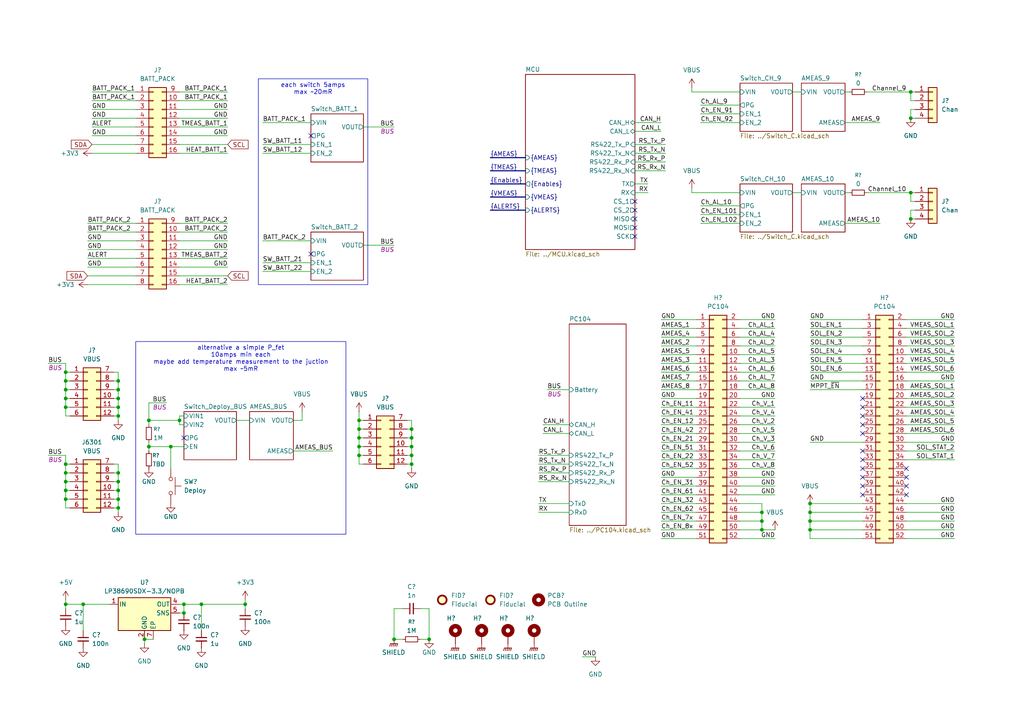
<source format=kicad_sch>
(kicad_sch (version 20250114) (generator "eeschema") (generator_version "9.0")
  (paper "A4")
  (text "Pull up on MCU side" (at 60.96 215.646 0) (effects (font (size 1.27 1.27))))
  (text "Pull downs on device side" (at 148.336 216.154 0) (effects (font (size 1.27 1.27))))
  (text "Pull downs on device side" (at 148.336 216.154 0) (effects (font (size 1.27 1.27))))
  (text "Pull up on MCU side" (at 60.96 215.646 0) (effects (font (size 1.27 1.27))))
  (text_box "each switch 5amps\nmax ~20mR" (at 74.93 22.86 0) (size 31.75 59.69) (margins 0.9525 0.9525 0.9525 0.9525) (effects (font (size 1.27 1.27)) (justify top)))
  (text_box "alternative a simple P_fet\n10amps min each\nmaybe add temperature measurement to the juction\nmax ~5mR" (at 39.37 99.06 0) (size 60.96 55.88) (margins 0.9525 0.9525 0.9525 0.9525) (effects (font (size 1.27 1.27)) (justify top)))
  (junction (at 34.29 120.65))
  (junction (at 104.14 127))
  (junction (at 19.05 134.62))
  (junction (at 34.29 110.49))
  (junction (at 119.38 127))
  (junction (at 34.29 142.24))
  (junction (at 34.29 115.57))
  (junction (at 104.14 124.46))
  (junction (at 34.29 118.11))
  (junction (at 53.34 175.26))
  (junction (at 43.18 121.92))
  (junction (at 43.18 129.54))
  (junction (at 34.29 139.7))
  (junction (at 19.05 113.03))
  (junction (at 234.95 153.67))
  (junction (at 34.29 144.78))
  (junction (at 104.14 121.92))
  (junction (at 19.05 142.24))
  (junction (at 193.04 219.71))
  (junction (at 234.95 148.59))
  (junction (at 119.38 132.08))
  (junction (at 41.91 185.42))
  (junction (at 34.29 113.03))
  (junction (at 114.3 185.42))
  (junction (at 58.42 175.26))
  (junction (at 264.16 34.29))
  (junction (at 104.14 132.08))
  (junction (at 19.05 144.78))
  (junction (at 52.07 121.92))
  (junction (at 220.98 153.67))
  (junction (at 24.13 175.26))
  (junction (at 19.05 115.57))
  (junction (at 104.14 129.54))
  (junction (at 34.29 137.16))
  (junction (at 119.38 129.54))
  (junction (at 220.98 151.13))
  (junction (at 234.95 151.13))
  (junction (at 34.29 147.32))
  (junction (at 119.38 134.62))
  (junction (at 19.05 139.7))
  (junction (at 19.05 107.95))
  (junction (at 234.95 146.05))
  (junction (at 264.16 63.5))
  (junction (at 19.05 110.49))
  (junction (at 264.16 55.88))
  (junction (at 264.16 26.67))
  (junction (at 124.46 185.42))
  (junction (at 19.05 137.16))
  (junction (at 151.13 219.71))
  (junction (at 49.53 129.54))
  (junction (at 71.12 175.26))
  (junction (at 19.05 175.26))
  (junction (at 53.34 177.8))
  (junction (at 19.05 118.11))
  (junction (at 119.38 124.46))
  (junction (at 220.98 148.59))
  (no_connect (at 262.89 143.51))
  (no_connect (at 250.19 133.35))
  (no_connect (at 184.15 58.42))
  (no_connect (at 53.34 127))
  (no_connect (at 184.15 60.96))
  (no_connect (at 250.19 118.11))
  (no_connect (at 250.19 130.81))
  (no_connect (at 184.15 66.04))
  (no_connect (at 184.15 68.58))
  (no_connect (at 262.89 135.89))
  (no_connect (at 250.19 123.19))
  (no_connect (at 250.19 135.89))
  (no_connect (at 90.17 73.66))
  (no_connect (at 262.89 140.97))
  (no_connect (at 90.17 39.37))
  (no_connect (at 250.19 143.51))
  (no_connect (at 250.19 115.57))
  (no_connect (at 262.89 138.43))
  (no_connect (at 250.19 120.65))
  (no_connect (at 184.15 63.5))
  (no_connect (at 250.19 138.43))
  (no_connect (at 250.19 140.97))
  (no_connect (at 250.19 125.73))
  (bus_entry (at 151.13 229.87) (size 2.54 2.54))
  (bus_entry (at 175.26 242.57) (size 2.54 2.54))
  (bus_entry (at 132.08 260.35) (size 2.54 2.54))
  (bus_entry (at 53.34 255.27) (size 2.54 2.54))
  (bus_entry (at 53.34 237.49) (size 2.54 2.54))
  (bus_entry (at 151.13 234.95) (size 2.54 2.54))
  (bus_entry (at 132.08 237.49) (size 2.54 2.54))
  (bus_entry (at 151.13 240.03) (size 2.54 2.54))
  (bus_entry (at 105.41 224.79) (size 2.54 2.54))
  (bus_entry (at 132.08 224.79) (size 2.54 2.54))
  (bus_entry (at 151.13 252.73) (size 2.54 2.54))
  (bus_entry (at 175.26 224.79) (size 2.54 2.54))
  (bus_entry (at 151.13 229.87) (size 2.54 2.54))
  (bus_entry (at 151.13 247.65) (size 2.54 2.54))
  (bus_entry (at 193.04 222.25) (size 2.54 2.54))
  (bus_entry (at 151.13 227.33) (size 2.54 2.54))
  (bus_entry (at 53.34 242.57) (size 2.54 2.54))
  (bus_entry (at 132.08 247.65) (size 2.54 2.54))
  (bus_entry (at 132.08 229.87) (size 2.54 2.54))
  (bus_entry (at 132.08 224.79) (size 2.54 2.54))
  (bus_entry (at 132.08 234.95) (size 2.54 2.54))
  (bus_entry (at 175.26 232.41) (size 2.54 2.54))
  (bus_entry (at 132.08 234.95) (size 2.54 2.54))
  (bus_entry (at 175.26 222.25) (size 2.54 2.54))
  (bus_entry (at 151.13 222.25) (size 2.54 2.54))
  (bus_entry (at 175.26 242.57) (size 2.54 2.54))
  (bus_entry (at 132.08 227.33) (size 2.54 2.54))
  (bus_entry (at 132.08 245.11) (size 2.54 2.54))
  (bus_entry (at 80.01 252.73) (size 2.54 2.54))
  (bus_entry (at 80.01 247.65) (size 2.54 2.54))
  (bus_entry (at 53.34 247.65) (size 2.54 2.54))
  (bus_entry (at 80.01 250.19) (size 2.54 2.54))
  (bus_entry (at 80.01 240.03) (size 2.54 2.54))
  (bus_entry (at 193.04 242.57) (size 2.54 2.54))
  (bus_entry (at 175.26 227.33) (size 2.54 2.54))
  (bus_entry (at 80.01 237.49) (size 2.54 2.54))
  (bus_entry (at 151.13 232.41) (size 2.54 2.54))
  (bus_entry (at 175.26 224.79) (size 2.54 2.54))
  (bus_entry (at 175.26 232.41) (size 2.54 2.54))
  (bus_entry (at 151.13 245.11) (size 2.54 2.54))
  (bus_entry (at 132.08 237.49) (size 2.54 2.54))
  (bus_entry (at 175.26 229.87) (size 2.54 2.54))
  (bus_entry (at 175.26 227.33) (size 2.54 2.54))
  (bus_entry (at 151.13 242.57) (size 2.54 2.54))
  (bus_entry (at 53.34 229.87) (size 2.54 2.54))
  (bus_entry (at 132.08 250.19) (size 2.54 2.54))
  (bus_entry (at 132.08 242.57) (size 2.54 2.54))
  (bus_entry (at 132.08 245.11) (size 2.54 2.54))
  (bus_entry (at 175.26 222.25) (size 2.54 2.54))
  (bus_entry (at 193.04 234.95) (size 2.54 2.54))
  (bus_entry (at 80.01 222.25) (size 2.54 2.54))
  (bus_entry (at 193.04 227.33) (size 2.54 2.54))
  (bus_entry (at 132.08 229.87) (size 2.54 2.54))
  (bus_entry (at 53.34 240.03) (size 2.54 2.54))
  (bus_entry (at 80.01 224.79) (size 2.54 2.54))
  (bus_entry (at 80.01 245.11) (size 2.54 2.54))
  (bus_entry (at 132.08 222.25) (size 2.54 2.54))
  (bus_entry (at 80.01 255.27) (size 2.54 2.54))
  (bus_entry (at 193.04 224.79) (size 2.54 2.54))
  (bus_entry (at 151.13 245.11) (size 2.54 2.54))
  (bus_entry (at 132.08 232.41) (size 2.54 2.54))
  (bus_entry (at 132.08 255.27) (size 2.54 2.54))
  (bus_entry (at 53.34 232.41) (size 2.54 2.54))
  (bus_entry (at 151.13 247.65) (size 2.54 2.54))
  (bus_entry (at 80.01 227.33) (size 2.54 2.54))
  (bus_entry (at 175.26 234.95) (size 2.54 2.54))
  (bus_entry (at 132.08 262.89) (size 2.54 2.54))
  (bus_entry (at 151.13 250.19) (size 2.54 2.54))
  (bus_entry (at 193.04 240.03) (size 2.54 2.54))
  (bus_entry (at 193.04 237.49) (size 2.54 2.54))
  (bus_entry (at 132.08 240.03) (size 2.54 2.54))
  (bus_entry (at 132.08 257.81) (size 2.54 2.54))
  (bus_entry (at 53.34 252.73) (size 2.54 2.54))
  (bus_entry (at 53.34 227.33) (size 2.54 2.54))
  (bus_entry (at 151.13 237.49) (size 2.54 2.54))
  (bus_entry (at 132.08 232.41) (size 2.54 2.54))
  (bus_entry (at 193.04 245.11) (size 2.54 2.54))
  (bus_entry (at 151.13 224.79) (size 2.54 2.54))
  (bus_entry (at 132.08 240.03) (size 2.54 2.54))
  (bus_entry (at 53.34 245.11) (size 2.54 2.54))
  (bus_entry (at 151.13 250.19) (size 2.54 2.54))
  (bus_entry (at 151.13 242.57) (size 2.54 2.54))
  (bus_entry (at 132.08 222.25) (size 2.54 2.54))
  (bus_entry (at 151.13 240.03) (size 2.54 2.54))
  (bus_entry (at 151.13 232.41) (size 2.54 2.54))
  (bus_entry (at 193.04 229.87) (size 2.54 2.54))
  (bus_entry (at 132.08 227.33) (size 2.54 2.54))
  (bus_entry (at 151.13 227.33) (size 2.54 2.54))
  (bus_entry (at 80.01 242.57) (size 2.54 2.54))
  (bus_entry (at 53.34 250.19) (size 2.54 2.54))
  (bus_entry (at 105.41 222.25) (size 2.54 2.54))
  (bus_entry (at 105.41 224.79) (size 2.54 2.54))
  (bus_entry (at 151.13 234.95) (size 2.54 2.54))
  (bus_entry (at 193.04 232.41) (size 2.54 2.54))
  (bus_entry (at 53.34 224.79) (size 2.54 2.54))
  (bus_entry (at 53.34 234.95) (size 2.54 2.54))
  (bus_entry (at 151.13 252.73) (size 2.54 2.54))
  (bus_entry (at 132.08 242.57) (size 2.54 2.54))
  (bus_entry (at 80.01 229.87) (size 2.54 2.54))
  (bus_entry (at 175.26 234.95) (size 2.54 2.54))
  (bus_entry (at 151.13 224.79) (size 2.54 2.54))
  (bus_entry (at 175.26 229.87) (size 2.54 2.54))
  (bus_entry (at 151.13 222.25) (size 2.54 2.54))
  (bus_entry (at 80.01 234.95) (size 2.54 2.54))
  (bus_entry (at 105.41 222.25) (size 2.54 2.54))
  (bus_entry (at 132.08 247.65) (size 2.54 2.54))
  (bus_entry (at 132.08 252.73) (size 2.54 2.54))
  (bus_entry (at 53.34 222.25) (size 2.54 2.54))
  (bus_entry (at 151.13 237.49) (size 2.54 2.54))
  (bus_entry (at 80.01 232.41) (size 2.54 2.54))
  (bus_entry (at 132.08 265.43) (size 2.54 2.54))
  (wire (pts (xy 191.77 120.65) (xy 201.93 120.65)))
  (wire (pts (xy 116.84 176.53) (xy 114.3 176.53)))
  (wire (pts (xy 107.95 224.79) (xy 121.92 224.79)))
  (wire (pts (xy 25.4 77.47) (xy 39.37 77.47)))
  (wire (pts (xy 276.86 102.87) (xy 262.89 102.87)))
  (bus (pts (xy 132.08 219.71) (xy 132.08 222.25)))
  (wire (pts (xy 19.05 118.11) (xy 19.05 120.65)))
  (wire (pts (xy 19.05 107.95) (xy 19.05 110.49)))
  (wire (pts (xy 55.88 227.33) (xy 69.85 227.33)))
  (bus (pts (xy 193.04 237.49) (xy 193.04 240.03)))
  (wire (pts (xy 119.38 132.08) (xy 118.11 132.08)))
  (wire (pts (xy 49.53 129.54) (xy 49.53 135.89)))
  (wire (pts (xy 19.05 115.57) (xy 19.05 118.11)))
  (bus (pts (xy 80.01 247.65) (xy 80.01 250.19)))
  (wire (pts (xy 121.92 176.53) (xy 124.46 176.53)))
  (wire (pts (xy 191.77 146.05) (xy 201.93 146.05)))
  (wire (pts (xy 19.05 137.16) (xy 19.05 139.7)))
  (wire (pts (xy 195.58 234.95) (xy 209.55 234.95)))
  (wire (pts (xy 232.41 26.67) (xy 229.87 26.67)))
  (wire (pts (xy 104.14 127) (xy 105.41 127)))
  (bus (pts (xy 142.24 60.96) (xy 152.4 60.96)))
  (wire (pts (xy 177.8 229.87) (xy 191.77 229.87)))
  (bus (pts (xy 53.34 252.73) (xy 53.34 255.27)))
  (bus (pts (xy 193.04 222.25) (xy 193.04 224.79)))
  (wire (pts (xy 184.15 38.1) (xy 191.77 38.1)))
  (wire (pts (xy 191.77 97.79) (xy 201.93 97.79)))
  (bus (pts (xy 175.26 222.25) (xy 175.26 224.79)))
  (wire (pts (xy 276.86 153.67) (xy 262.89 153.67)))
  (wire (pts (xy 19.05 144.78) (xy 20.32 144.78)))
  (wire (pts (xy 234.95 128.27) (xy 250.19 128.27)))
  (bus (pts (xy 151.13 224.79) (xy 151.13 227.33)))
  (wire (pts (xy 72.39 121.92) (xy 68.58 121.92)))
  (wire (pts (xy 19.05 139.7) (xy 20.32 139.7)))
  (wire (pts (xy 55.88 250.19) (xy 69.85 250.19)))
  (bus (pts (xy 80.01 237.49) (xy 80.01 240.03)))
  (wire (pts (xy 55.88 247.65) (xy 69.85 247.65)))
  (wire (pts (xy 264.16 29.21) (xy 265.43 29.21)))
  (wire (pts (xy 119.38 121.92) (xy 118.11 121.92)))
  (bus (pts (xy 142.24 45.72) (xy 152.4 45.72)))
  (wire (pts (xy 214.63 120.65) (xy 224.79 120.65)))
  (wire (pts (xy 234.95 148.59) (xy 250.19 148.59)))
  (wire (pts (xy 34.29 134.62) (xy 33.02 134.62)))
  (wire (pts (xy 34.29 118.11) (xy 33.02 118.11)))
  (wire (pts (xy 214.63 107.95) (xy 224.79 107.95)))
  (wire (pts (xy 184.15 41.91) (xy 193.04 41.91)))
  (wire (pts (xy 24.13 175.26) (xy 31.75 175.26)))
  (wire (pts (xy 234.95 153.67) (xy 234.95 156.21)))
  (wire (pts (xy 52.07 31.75) (xy 66.04 31.75)))
  (bus (pts (xy 105.41 219.71) (xy 105.41 222.25)))
  (wire (pts (xy 76.2 76.2) (xy 90.17 76.2)))
  (wire (pts (xy 76.2 78.74) (xy 90.17 78.74)))
  (wire (pts (xy 234.95 113.03) (xy 250.19 113.03)))
  (bus (pts (xy 132.08 234.95) (xy 132.08 232.41)))
  (bus (pts (xy 152.4 53.34) (xy 142.24 53.34)))
  (wire (pts (xy 203.2 62.23) (xy 214.63 62.23)))
  (wire (pts (xy 134.62 240.03) (xy 148.59 240.03)))
  (wire (pts (xy 53.34 175.26) (xy 58.42 175.26)))
  (bus (pts (xy 151.13 232.41) (xy 151.13 234.95)))
  (wire (pts (xy 34.29 113.03) (xy 34.29 110.49)))
  (wire (pts (xy 76.2 44.45) (xy 90.17 44.45)))
  (wire (pts (xy 104.14 121.92) (xy 104.14 124.46)))
  (wire (pts (xy 53.34 175.26) (xy 53.34 177.8)))
  (wire (pts (xy 203.2 30.48) (xy 214.63 30.48)))
  (wire (pts (xy 234.95 97.79) (xy 250.19 97.79)))
  (bus (pts (xy 132.08 250.19) (xy 132.08 252.73)))
  (wire (pts (xy 119.38 134.62) (xy 118.11 134.62)))
  (wire (pts (xy 134.62 224.79) (xy 148.59 224.79)))
  (wire (pts (xy 52.07 123.19) (xy 53.34 123.19)))
  (wire (pts (xy 265.43 60.96) (xy 264.16 60.96)))
  (wire (pts (xy 53.34 120.65) (xy 52.07 120.65)))
  (wire (pts (xy 153.67 247.65) (xy 167.64 247.65)))
  (wire (pts (xy 119.38 134.62) (xy 119.38 132.08)))
  (wire (pts (xy 55.88 242.57) (xy 69.85 242.57)))
  (wire (pts (xy 191.77 140.97) (xy 201.93 140.97)))
  (wire (pts (xy 34.29 137.16) (xy 34.29 134.62)))
  (wire (pts (xy 134.62 245.11) (xy 148.59 245.11)))
  (wire (pts (xy 264.16 58.42) (xy 265.43 58.42)))
  (wire (pts (xy 13.97 132.08) (xy 19.05 132.08)))
  (wire (pts (xy 191.77 100.33) (xy 201.93 100.33)))
  (bus (pts (xy 80.01 227.33) (xy 80.01 229.87)))
  (wire (pts (xy 26.67 26.67) (xy 39.37 26.67)))
  (wire (pts (xy 25.4 74.93) (xy 39.37 74.93)))
  (wire (pts (xy 195.58 229.87) (xy 209.55 229.87)))
  (wire (pts (xy 82.55 250.19) (xy 96.52 250.19)))
  (wire (pts (xy 34.29 144.78) (xy 34.29 142.24)))
  (wire (pts (xy 19.05 176.53) (xy 19.05 175.26)))
  (bus (pts (xy 175.26 229.87) (xy 175.26 227.33)))
  (wire (pts (xy 234.95 107.95) (xy 250.19 107.95)))
  (wire (pts (xy 34.29 107.95) (xy 33.02 107.95)))
  (wire (pts (xy 24.13 182.88) (xy 24.13 175.26)))
  (wire (pts (xy 158.75 113.03) (xy 165.1 113.03)))
  (wire (pts (xy 276.86 130.81) (xy 262.89 130.81)))
  (wire (pts (xy 251.46 55.88) (xy 264.16 55.88)))
  (wire (pts (xy 200.66 26.67) (xy 214.63 26.67)))
  (wire (pts (xy 264.16 63.5) (xy 265.43 63.5)))
  (wire (pts (xy 26.67 39.37) (xy 39.37 39.37)))
  (wire (pts (xy 104.14 121.92) (xy 105.41 121.92)))
  (wire (pts (xy 200.66 55.88) (xy 214.63 55.88)))
  (bus (pts (xy 80.01 245.11) (xy 80.01 247.65)))
  (wire (pts (xy 134.62 237.49) (xy 148.59 237.49)))
  (wire (pts (xy 19.05 118.11) (xy 20.32 118.11)))
  (wire (pts (xy 134.62 232.41) (xy 148.59 232.41)))
  (wire (pts (xy 264.16 26.67) (xy 264.16 29.21)))
  (wire (pts (xy 177.8 224.79) (xy 191.77 224.79)))
  (wire (pts (xy 195.58 240.03) (xy 209.55 240.03)))
  (wire (pts (xy 26.67 36.83) (xy 39.37 36.83)))
  (wire (pts (xy 119.38 127) (xy 119.38 124.46)))
  (bus (pts (xy 88.9 219.71) (xy 80.01 219.71)))
  (wire (pts (xy 156.21 134.62) (xy 165.1 134.62)))
  (wire (pts (xy 191.77 113.03) (xy 201.93 113.03)))
  (wire (pts (xy 195.58 247.65) (xy 209.55 247.65)))
  (wire (pts (xy 104.14 134.62) (xy 105.41 134.62)))
  (wire (pts (xy 26.67 44.45) (xy 39.37 44.45)))
  (wire (pts (xy 19.05 147.32) (xy 20.32 147.32)))
  (bus (pts (xy 132.08 234.95) (xy 132.08 237.49)))
  (wire (pts (xy 156.21 148.59) (xy 165.1 148.59)))
  (bus (pts (xy 132.08 219.71) (xy 151.13 219.71)))
  (wire (pts (xy 53.34 177.8) (xy 52.07 177.8)))
  (wire (pts (xy 52.07 72.39) (xy 66.04 72.39)))
  (bus (pts (xy 193.04 242.57) (xy 193.04 245.11)))
  (wire (pts (xy 234.95 92.71) (xy 250.19 92.71)))
  (wire (pts (xy 19.05 113.03) (xy 19.05 115.57)))
  (bus (pts (xy 193.04 232.41) (xy 193.04 234.95)))
  (wire (pts (xy 82.55 257.81) (xy 96.52 257.81)))
  (bus (pts (xy 80.01 224.79) (xy 80.01 227.33)))
  (wire (pts (xy 214.63 95.25) (xy 224.79 95.25)))
  (wire (pts (xy 203.2 59.69) (xy 214.63 59.69)))
  (wire (pts (xy 214.63 130.81) (xy 224.79 130.81)))
  (wire (pts (xy 25.4 69.85) (xy 39.37 69.85)))
  (wire (pts (xy 276.86 120.65) (xy 262.89 120.65)))
  (wire (pts (xy 195.58 227.33) (xy 209.55 227.33)))
  (wire (pts (xy 214.63 135.89) (xy 224.79 135.89)))
  (wire (pts (xy 276.86 125.73) (xy 262.89 125.73)))
  (wire (pts (xy 82.55 247.65) (xy 96.52 247.65)))
  (bus (pts (xy 53.34 229.87) (xy 53.34 232.41)))
  (wire (pts (xy 224.79 143.51) (xy 214.63 143.51)))
  (wire (pts (xy 34.29 147.32) (xy 33.02 147.32)))
  (wire (pts (xy 66.04 74.93) (xy 52.07 74.93)))
  (wire (pts (xy 34.29 113.03) (xy 33.02 113.03)))
  (wire (pts (xy 234.95 151.13) (xy 250.19 151.13)))
  (wire (pts (xy 220.98 153.67) (xy 220.98 151.13)))
  (wire (pts (xy 156.21 139.7) (xy 165.1 139.7)))
  (wire (pts (xy 19.05 175.26) (xy 24.13 175.26)))
  (wire (pts (xy 264.16 34.29) (xy 265.43 34.29)))
  (wire (pts (xy 245.11 26.67) (xy 246.38 26.67)))
  (wire (pts (xy 19.05 173.99) (xy 19.05 175.26)))
  (bus (pts (xy 151.13 229.87) (xy 151.13 232.41)))
  (wire (pts (xy 220.98 148.59) (xy 220.98 151.13)))
  (wire (pts (xy 134.62 267.97) (xy 148.59 267.97)))
  (bus (pts (xy 53.34 237.49) (xy 53.34 240.03)))
  (wire (pts (xy 134.62 260.35) (xy 148.59 260.35)))
  (wire (pts (xy 191.77 102.87) (xy 201.93 102.87)))
  (wire (pts (xy 203.2 33.02) (xy 214.63 33.02)))
  (wire (pts (xy 191.77 125.73) (xy 201.93 125.73)))
  (wire (pts (xy 52.07 77.47) (xy 66.04 77.47)))
  (wire (pts (xy 116.84 185.42) (xy 114.3 185.42)))
  (wire (pts (xy 191.77 128.27) (xy 201.93 128.27)))
  (wire (pts (xy 52.07 121.92) (xy 52.07 123.19)))
  (bus (pts (xy 53.34 224.79) (xy 53.34 227.33)))
  (bus (pts (xy 175.26 234.95) (xy 175.26 232.41)))
  (wire (pts (xy 124.46 176.53) (xy 124.46 185.42)))
  (wire (pts (xy 191.77 156.21) (xy 201.93 156.21)))
  (wire (pts (xy 19.05 134.62) (xy 20.32 134.62)))
  (wire (pts (xy 26.67 29.21) (xy 39.37 29.21)))
  (bus (pts (xy 175.26 232.41) (xy 175.26 229.87)))
  (wire (pts (xy 43.18 123.19) (xy 43.18 121.92)))
  (bus (pts (xy 80.01 229.87) (xy 80.01 232.41)))
  (bus (pts (xy 193.04 224.79) (xy 193.04 227.33)))
  (wire (pts (xy 276.86 156.21) (xy 262.89 156.21)))
  (wire (pts (xy 66.04 82.55) (xy 52.07 82.55)))
  (wire (pts (xy 276.86 118.11) (xy 262.89 118.11)))
  (wire (pts (xy 172.72 190.5) (xy 168.91 190.5)))
  (wire (pts (xy 41.91 186.69) (xy 41.91 185.42)))
  (wire (pts (xy 234.95 105.41) (xy 250.19 105.41)))
  (wire (pts (xy 224.79 115.57) (xy 214.63 115.57)))
  (wire (pts (xy 234.95 146.05) (xy 250.19 146.05)))
  (wire (pts (xy 264.16 55.88) (xy 264.16 58.42)))
  (wire (pts (xy 214.63 125.73) (xy 224.79 125.73)))
  (wire (pts (xy 104.14 124.46) (xy 104.14 127)))
  (wire (pts (xy 34.29 144.78) (xy 33.02 144.78)))
  (bus (pts (xy 132.08 247.65) (xy 132.08 250.19)))
  (wire (pts (xy 134.62 250.19) (xy 148.59 250.19)))
  (bus (pts (xy 175.26 219.71) (xy 193.04 219.71)))
  (wire (pts (xy 214.63 105.41) (xy 224.79 105.41)))
  (wire (pts (xy 153.67 242.57) (xy 167.64 242.57)))
  (wire (pts (xy 82.55 240.03) (xy 96.52 240.03)))
  (wire (pts (xy 19.05 115.57) (xy 20.32 115.57)))
  (bus (pts (xy 132.08 242.57) (xy 132.08 245.11)))
  (wire (pts (xy 156.21 146.05) (xy 165.1 146.05)))
  (wire (pts (xy 19.05 107.95) (xy 20.32 107.95)))
  (bus (pts (xy 175.26 227.33) (xy 175.26 224.79)))
  (bus (pts (xy 132.08 255.27) (xy 132.08 257.81)))
  (wire (pts (xy 220.98 153.67) (xy 224.79 153.67)))
  (wire (pts (xy 114.3 176.53) (xy 114.3 185.42)))
  (wire (pts (xy 153.67 234.95) (xy 167.64 234.95)))
  (wire (pts (xy 153.67 250.19) (xy 167.64 250.19)))
  (bus (pts (xy 53.34 242.57) (xy 53.34 245.11)))
  (wire (pts (xy 191.77 95.25) (xy 201.93 95.25)))
  (bus (pts (xy 132.08 224.79) (xy 132.08 222.25)))
  (wire (pts (xy 191.77 105.41) (xy 201.93 105.41)))
  (bus (pts (xy 151.13 242.57) (xy 151.13 245.11)))
  (wire (pts (xy 220.98 146.05) (xy 220.98 148.59)))
  (bus (pts (xy 151.13 234.95) (xy 151.13 237.49)))
  (bus (pts (xy 105.41 222.25) (xy 105.41 224.79)))
  (wire (pts (xy 119.38 132.08) (xy 119.38 129.54)))
  (wire (pts (xy 214.63 153.67) (xy 220.98 153.67)))
  (wire (pts (xy 234.95 95.25) (xy 250.19 95.25)))
  (bus (pts (xy 80.01 242.57) (xy 80.01 245.11)))
  (wire (pts (xy 66.04 36.83) (xy 52.07 36.83)))
  (wire (pts (xy 232.41 55.88) (xy 229.87 55.88)))
  (wire (pts (xy 177.8 232.41) (xy 191.77 232.41)))
  (wire (pts (xy 49.53 129.54) (xy 53.34 129.54)))
  (bus (pts (xy 132.08 262.89) (xy 132.08 265.43)))
  (wire (pts (xy 177.8 237.49) (xy 191.77 237.49)))
  (bus (pts (xy 132.08 227.33) (xy 132.08 224.79)))
  (wire (pts (xy 200.66 54.61) (xy 200.66 55.88)))
  (wire (pts (xy 184.15 46.99) (xy 193.04 46.99)))
  (wire (pts (xy 34.29 142.24) (xy 33.02 142.24)))
  (wire (pts (xy 82.55 234.95) (xy 96.52 234.95)))
  (wire (pts (xy 191.77 110.49) (xy 201.93 110.49)))
  (wire (pts (xy 34.29 121.92) (xy 34.29 120.65)))
  (bus (pts (xy 80.01 222.25) (xy 80.01 224.79)))
  (wire (pts (xy 104.14 129.54) (xy 105.41 129.54)))
  (wire (pts (xy 25.4 72.39) (xy 39.37 72.39)))
  (wire (pts (xy 153.67 224.79) (xy 167.64 224.79)))
  (wire (pts (xy 134.62 242.57) (xy 148.59 242.57)))
  (wire (pts (xy 214.63 146.05) (xy 220.98 146.05)))
  (wire (pts (xy 104.14 132.08) (xy 104.14 134.62)))
  (wire (pts (xy 157.48 125.73) (xy 165.1 125.73)))
  (bus (pts (xy 151.13 227.33) (xy 151.13 229.87)))
  (wire (pts (xy 264.16 60.96) (xy 264.16 63.5)))
  (wire (pts (xy 214.63 148.59) (xy 220.98 148.59)))
  (wire (pts (xy 82.55 242.57) (xy 96.52 242.57)))
  (bus (pts (xy 53.34 245.11) (xy 53.34 247.65)))
  (wire (pts (xy 276.86 148.59) (xy 262.89 148.59)))
  (wire (pts (xy 224.79 140.97) (xy 214.63 140.97)))
  (bus (pts (xy 193.04 227.33) (xy 193.04 229.87)))
  (wire (pts (xy 184.15 49.53) (xy 193.04 49.53)))
  (wire (pts (xy 34.29 118.11) (xy 34.29 115.57)))
  (wire (pts (xy 200.66 25.4) (xy 200.66 26.67)))
  (wire (pts (xy 214.63 118.11) (xy 224.79 118.11)))
  (bus (pts (xy 80.01 250.19) (xy 80.01 252.73)))
  (wire (pts (xy 276.86 107.95) (xy 262.89 107.95)))
  (bus (pts (xy 80.01 232.41) (xy 80.01 234.95)))
  (wire (pts (xy 214.63 97.79) (xy 224.79 97.79)))
  (wire (pts (xy 85.09 121.92) (xy 87.63 121.92)))
  (bus (pts (xy 142.24 49.53) (xy 152.4 49.53)))
  (wire (pts (xy 55.88 229.87) (xy 69.85 229.87)))
  (wire (pts (xy 19.05 105.41) (xy 19.05 107.95)))
  (wire (pts (xy 55.88 224.79) (xy 69.85 224.79)))
  (wire (pts (xy 43.18 121.92) (xy 52.07 121.92)))
  (wire (pts (xy 234.95 153.67) (xy 250.19 153.67)))
  (wire (pts (xy 234.95 148.59) (xy 234.95 151.13)))
  (bus (pts (xy 80.01 240.03) (xy 80.01 242.57)))
  (wire (pts (xy 104.14 124.46) (xy 105.41 124.46)))
  (wire (pts (xy 19.05 110.49) (xy 19.05 113.03)))
  (wire (pts (xy 13.97 105.41) (xy 19.05 105.41)))
  (wire (pts (xy 184.15 44.45) (xy 193.04 44.45)))
  (wire (pts (xy 43.18 129.54) (xy 49.53 129.54)))
  (wire (pts (xy 214.63 128.27) (xy 224.79 128.27)))
  (bus (pts (xy 132.08 252.73) (xy 132.08 255.27)))
  (wire (pts (xy 203.2 35.56) (xy 214.63 35.56)))
  (wire (pts (xy 119.38 127) (xy 118.11 127)))
  (wire (pts (xy 276.86 92.71) (xy 262.89 92.71)))
  (wire (pts (xy 25.4 80.01) (xy 39.37 80.01)))
  (wire (pts (xy 134.62 234.95) (xy 148.59 234.95)))
  (wire (pts (xy 191.77 115.57) (xy 201.93 115.57)))
  (wire (pts (xy 105.41 71.12) (xy 114.3 71.12)))
  (wire (pts (xy 55.88 245.11) (xy 69.85 245.11)))
  (bus (pts (xy 80.01 219.71) (xy 80.01 222.25)))
  (wire (pts (xy 34.29 137.16) (xy 33.02 137.16)))
  (bus (pts (xy 53.34 222.25) (xy 53.34 224.79)))
  (wire (pts (xy 121.92 185.42) (xy 124.46 185.42)))
  (wire (pts (xy 234.95 110.49) (xy 250.19 110.49)))
  (wire (pts (xy 276.86 97.79) (xy 262.89 97.79)))
  (wire (pts (xy 214.63 100.33) (xy 224.79 100.33)))
  (wire (pts (xy 251.46 26.67) (xy 264.16 26.67)))
  (wire (pts (xy 153.67 229.87) (xy 167.64 229.87)))
  (bus (pts (xy 53.34 234.95) (xy 53.34 237.49)))
  (wire (pts (xy 52.07 121.92) (xy 52.07 120.65)))
  (wire (pts (xy 26.67 34.29) (xy 39.37 34.29)))
  (wire (pts (xy 224.79 156.21) (xy 214.63 156.21)))
  (bus (pts (xy 53.34 227.33) (xy 53.34 229.87)))
  (wire (pts (xy 134.62 229.87) (xy 148.59 229.87)))
  (wire (pts (xy 214.63 110.49) (xy 224.79 110.49)))
  (wire (pts (xy 19.05 132.08) (xy 19.05 134.62)))
  (bus (pts (xy 151.13 222.25) (xy 151.13 224.79)))
  (wire (pts (xy 87.63 119.38) (xy 87.63 121.92)))
  (bus (pts (xy 142.24 57.15) (xy 152.4 57.15)))
  (wire (pts (xy 184.15 55.88) (xy 187.96 55.88)))
  (wire (pts (xy 43.18 128.27) (xy 43.18 129.54)))
  (wire (pts (xy 34.29 110.49) (xy 34.29 107.95)))
  (bus (pts (xy 132.08 237.49) (xy 132.08 240.03)))
  (bus (pts (xy 80.01 234.95) (xy 80.01 237.49)))
  (bus (pts (xy 175.26 234.95) (xy 175.26 242.57)))
  (wire (pts (xy 76.2 69.85) (xy 90.17 69.85)))
  (wire (pts (xy 104.14 127) (xy 104.14 129.54)))
  (wire (pts (xy 34.29 120.65) (xy 34.29 118.11)))
  (wire (pts (xy 134.62 265.43) (xy 148.59 265.43)))
  (wire (pts (xy 134.62 247.65) (xy 148.59 247.65)))
  (wire (pts (xy 134.62 262.89) (xy 148.59 262.89)))
  (bus (pts (xy 132.08 232.41) (xy 132.08 229.87)))
  (wire (pts (xy 153.67 227.33) (xy 167.64 227.33)))
  (wire (pts (xy 276.86 95.25) (xy 262.89 95.25)))
  (wire (pts (xy 66.04 64.77) (xy 52.07 64.77)))
  (wire (pts (xy 264.16 55.88) (xy 265.43 55.88)))
  (wire (pts (xy 25.4 64.77) (xy 39.37 64.77)))
  (wire (pts (xy 82.55 227.33) (xy 96.52 227.33)))
  (wire (pts (xy 119.38 124.46) (xy 119.38 121.92)))
  (wire (pts (xy 191.77 151.13) (xy 201.93 151.13)))
  (wire (pts (xy 214.63 133.35) (xy 224.79 133.35)))
  (bus (pts (xy 151.13 219.71) (xy 151.13 222.25)))
  (bus (pts (xy 53.34 219.71) (xy 62.23 219.71)))
  (wire (pts (xy 34.29 148.59) (xy 34.29 147.32)))
  (wire (pts (xy 25.4 67.31) (xy 39.37 67.31)))
  (wire (pts (xy 34.29 147.32) (xy 34.29 144.78)))
  (wire (pts (xy 153.67 255.27) (xy 167.64 255.27)))
  (bus (pts (xy 53.34 232.41) (xy 53.34 234.95)))
  (wire (pts (xy 55.88 252.73) (xy 69.85 252.73)))
  (bus (pts (xy 132.08 257.81) (xy 132.08 260.35)))
  (wire (pts (xy 195.58 237.49) (xy 209.55 237.49)))
  (wire (pts (xy 19.05 137.16) (xy 20.32 137.16)))
  (wire (pts (xy 255.27 64.77) (xy 245.11 64.77)))
  (wire (pts (xy 214.63 123.19) (xy 224.79 123.19)))
  (wire (pts (xy 234.95 100.33) (xy 250.19 100.33)))
  (wire (pts (xy 184.15 53.34) (xy 187.96 53.34)))
  (wire (pts (xy 55.88 255.27) (xy 69.85 255.27)))
  (wire (pts (xy 156.21 137.16) (xy 165.1 137.16)))
  (wire (pts (xy 214.63 151.13) (xy 220.98 151.13)))
  (wire (pts (xy 234.95 151.13) (xy 234.95 153.67)))
  (wire (pts (xy 19.05 113.03) (xy 20.32 113.03)))
  (bus (pts (xy 193.04 219.71) (xy 201.93 219.71)))
  (wire (pts (xy 191.77 153.67) (xy 201.93 153.67)))
  (bus (pts (xy 175.26 219.71) (xy 175.26 222.25)))
  (wire (pts (xy 82.55 245.11) (xy 96.52 245.11)))
  (wire (pts (xy 119.38 129.54) (xy 118.11 129.54)))
  (wire (pts (xy 276.86 110.49) (xy 262.89 110.49)))
  (bus (pts (xy 151.13 250.19) (xy 151.13 252.73)))
  (wire (pts (xy 76.2 35.56) (xy 90.17 35.56)))
  (bus (pts (xy 193.04 234.95) (xy 193.04 237.49)))
  (wire (pts (xy 25.4 82.55) (xy 39.37 82.55)))
  (wire (pts (xy 134.62 227.33) (xy 148.59 227.33)))
  (wire (pts (xy 191.77 135.89) (xy 201.93 135.89)))
  (wire (pts (xy 234.95 102.87) (xy 250.19 102.87)))
  (wire (pts (xy 214.63 113.03) (xy 224.79 113.03)))
  (wire (pts (xy 153.67 245.11) (xy 167.64 245.11)))
  (wire (pts (xy 276.86 113.03) (xy 262.89 113.03)))
  (wire (pts (xy 191.77 107.95) (xy 201.93 107.95)))
  (wire (pts (xy 34.29 115.57) (xy 34.29 113.03)))
  (wire (pts (xy 105.41 36.83) (xy 114.3 36.83)))
  (wire (pts (xy 156.21 132.08) (xy 165.1 132.08)))
  (bus (pts (xy 53.34 250.19) (xy 53.34 252.73)))
  (bus (pts (xy 53.34 247.65) (xy 53.34 250.19)))
  (wire (pts (xy 34.29 142.24) (xy 34.29 139.7)))
  (bus (pts (xy 193.04 219.71) (xy 193.04 222.25)))
  (wire (pts (xy 195.58 242.57) (xy 209.55 242.57)))
  (wire (pts (xy 34.29 120.65) (xy 33.02 120.65)))
  (wire (pts (xy 134.62 255.27) (xy 148.59 255.27)))
  (wire (pts (xy 55.88 240.03) (xy 69.85 240.03)))
  (bus (pts (xy 105.41 219.71) (xy 115.57 219.71)))
  (wire (pts (xy 276.86 133.35) (xy 262.89 133.35)))
  (wire (pts (xy 34.29 110.49) (xy 33.02 110.49)))
  (wire (pts (xy 276.86 123.19) (xy 262.89 123.19)))
  (wire (pts (xy 66.04 26.67) (xy 52.07 26.67)))
  (wire (pts (xy 104.14 132.08) (xy 105.41 132.08)))
  (wire (pts (xy 71.12 173.99) (xy 71.12 175.26)))
  (wire (pts (xy 43.18 116.84) (xy 43.18 121.92)))
  (wire (pts (xy 191.77 148.59) (xy 201.93 148.59)))
  (wire (pts (xy 119.38 135.89) (xy 119.38 134.62)))
  (bus (pts (xy 53.34 219.71) (xy 53.34 222.25)))
  (wire (pts (xy 34.29 139.7) (xy 34.29 137.16)))
  (wire (pts (xy 195.58 224.79) (xy 209.55 224.79)))
  (wire (pts (xy 177.8 245.11) (xy 191.77 245.11)))
  (wire (pts (xy 276.86 105.41) (xy 262.89 105.41)))
  (wire (pts (xy 58.42 175.26) (xy 71.12 175.26)))
  (wire (pts (xy 19.05 139.7) (xy 19.05 142.24)))
  (wire (pts (xy 276.86 128.27) (xy 262.89 128.27)))
  (wire (pts (xy 224.79 138.43) (xy 214.63 138.43)))
  (wire (pts (xy 276.86 151.13) (xy 262.89 151.13)))
  (wire (pts (xy 195.58 245.11) (xy 209.55 245.11)))
  (wire (pts (xy 153.67 252.73) (xy 167.64 252.73)))
  (wire (pts (xy 55.88 234.95) (xy 69.85 234.95)))
  (wire (pts (xy 34.29 139.7) (xy 33.02 139.7)))
  (bus (pts (xy 151.13 237.49) (xy 151.13 240.03)))
  (wire (pts (xy 153.67 240.03) (xy 167.64 240.03)))
  (wire (pts (xy 66.04 67.31) (xy 52.07 67.31)))
  (wire (pts (xy 26.67 41.91) (xy 39.37 41.91)))
  (bus (pts (xy 151.13 240.03) (xy 151.13 242.57)))
  (wire (pts (xy 191.77 35.56) (xy 184.15 35.56)))
  (wire (pts (xy 82.55 224.79) (xy 96.52 224.79)))
  (wire (pts (xy 203.2 64.77) (xy 214.63 64.77)))
  (wire (pts (xy 82.55 252.73) (xy 96.52 252.73)))
  (wire (pts (xy 265.43 31.75) (xy 264.16 31.75)))
  (wire (pts (xy 153.67 237.49) (xy 167.64 237.49)))
  (wire (pts (xy 19.05 134.62) (xy 19.05 137.16)))
  (wire (pts (xy 85.09 130.81) (xy 96.52 130.81)))
  (wire (pts (xy 58.42 182.88) (xy 58.42 175.26)))
  (wire (pts (xy 76.2 41.91) (xy 90.17 41.91)))
  (wire (pts (xy 19.05 142.24) (xy 20.32 142.24)))
  (wire (pts (xy 234.95 146.05) (xy 234.95 148.59)))
  (bus (pts (xy 132.08 229.87) (xy 132.08 227.33)))
  (wire (pts (xy 43.18 116.84) (xy 48.26 116.84)))
  (wire (pts (xy 245.11 55.88) (xy 246.38 55.88)))
  (wire (pts (xy 82.55 255.27) (xy 96.52 255.27)))
  (wire (pts (xy 66.04 29.21) (xy 52.07 29.21)))
  (wire (pts (xy 19.05 110.49) (xy 20.32 110.49)))
  (bus (pts (xy 80.01 252.73) (xy 80.01 255.27)))
  (bus (pts (xy 151.13 219.71) (xy 162.56 219.71)))
  (wire (pts (xy 104.14 129.54) (xy 104.14 132.08)))
  (bus (pts (xy 151.13 247.65) (xy 151.13 250.19)))
  (wire (pts (xy 214.63 102.87) (xy 224.79 102.87)))
  (wire (pts (xy 82.55 232.41) (xy 96.52 232.41)))
  (wire (pts (xy 104.14 119.38) (xy 104.14 121.92)))
  (wire (pts (xy 264.16 26.67) (xy 265.43 26.67)))
  (wire (pts (xy 191.77 92.71) (xy 201.93 92.71)))
  (wire (pts (xy 52.07 175.26) (xy 53.34 175.26)))
  (wire (pts (xy 19.05 120.65) (xy 20.32 120.65)))
  (wire (pts (xy 276.86 146.05) (xy 262.89 146.05)))
  (wire (pts (xy 19.05 142.24) (xy 19.05 144.78)))
  (wire (pts (xy 19.05 144.78) (xy 19.05 147.32)))
  (wire (pts (xy 26.67 31.75) (xy 39.37 31.75)))
  (wire (pts (xy 177.8 227.33) (xy 191.77 227.33)))
  (bus (pts (xy 53.34 240.03) (xy 53.34 242.57)))
  (wire (pts (xy 55.88 257.81) (xy 69.85 257.81)))
  (wire (pts (xy 82.55 229.87) (xy 96.52 229.87)))
  (wire (pts (xy 255.27 35.56) (xy 245.11 35.56)))
  (wire (pts (xy 119.38 129.54) (xy 119.38 127)))
  (wire (pts (xy 191.77 133.35) (xy 201.93 133.35)))
  (bus (pts (xy 193.04 240.03) (xy 193.04 242.57)))
  (wire (pts (xy 43.18 129.54) (xy 43.18 130.81)))
  (wire (pts (xy 191.77 123.19) (xy 201.93 123.19)))
  (wire (pts (xy 264.16 31.75) (xy 264.16 34.29)))
  (wire (pts (xy 195.58 232.41) (xy 209.55 232.41)))
  (wire (pts (xy 66.04 34.29) (xy 52.07 34.29)))
  (wire (pts (xy 107.95 227.33) (xy 121.92 227.33)))
  (wire (pts (xy 153.67 232.41) (xy 167.64 232.41)))
  (wire (pts (xy 66.04 41.91) (xy 52.07 41.91)))
  (wire (pts (xy 191.77 143.51) (xy 201.93 143.51)))
  (bus (pts (xy 193.04 229.87) (xy 193.04 232.41)))
  (bus (pts (xy 151.13 245.11) (xy 151.13 247.65)))
  (wire (pts (xy 66.04 44.45) (xy 52.07 44.45)))
  (bus (pts (xy 132.08 260.35) (xy 132.08 262.89)))
  (bus (pts (xy 132.08 245.11) (xy 132.08 247.65)))
  (bus (pts (xy 132.08 240.03) (xy 132.08 242.57)))
  (wire (pts (xy 134.62 252.73) (xy 148.59 252.73)))
  (wire (pts (xy 55.88 232.41) (xy 69.85 232.41)))
  (wire (pts (xy 134.62 257.81) (xy 148.59 257.81)))
  (wire (pts (xy 66.04 39.37) (xy 52.07 39.37)))
  (wire (pts (xy 276.86 100.33) (xy 262.89 100.33)))
  (wire (pts (xy 71.12 176.53) (xy 71.12 175.26)))
  (wire (pts (xy 66.04 80.01) (xy 52.07 80.01)))
  (wire (pts (xy 34.29 115.57) (xy 33.02 115.57)))
  (wire (pts (xy 82.55 237.49) (xy 96.52 237.49)))
  (wire (pts (xy 276.86 115.57) (xy 262.89 115.57)))
  (wire (pts (xy 41.91 185.42) (xy 44.45 185.42)))
  (wire (pts (xy 119.38 124.46) (xy 118.11 124.46)))
  (wire (pts (xy 234.95 156.21) (xy 250.19 156.21)))
  (wire (pts (xy 224.79 92.71) (xy 214.63 92.71)))
  (wire (pts (xy 191.77 138.43) (xy 201.93 138.43)))
  (wire (pts (xy 157.48 123.19) (xy 165.1 123.19)))
  (wire (pts (xy 177.8 234.95) (xy 191.77 234.95)))
  (wire (pts (xy 191.77 130.81) (xy 201.93 130.81)))
  (wire (pts (xy 52.07 69.85) (xy 66.04 69.85)))
  (wire (pts (xy 55.88 237.49) (xy 69.85 237.49)))
  (wire (pts (xy 191.77 118.11) (xy 201.93 118.11)))
  (label "GND" (at 276.86 92.71 180))
  (label "BATT_PACK_1" (at 66.04 26.67 180))
  (label "GND" (at 26.67 31.75 0))
  (label "BATT_PACK_2" (at 66.04 67.31 180))
  (label "{Enables}" (at 142.24 53.34 0))
  (label "VMEAS_SOL_1" (at 276.86 95.25 180))
  (label "HEAT_BATT_1" (at 66.04 44.45 180))
  (label "GND" (at 276.86 151.13 180))
  (label "{AMEAS}" (at 201.93 219.71 180) (property "Netclass" "ANALOG" (at 201.93 220.98 0) (effects (font (italic yes)) (justify right))))
  (label "AMEAS_1" (at 191.77 95.25 0))
  (label "SOL_STAT_2" (at 276.86 130.81 180))
  (label "Ch_AL_3" (at 224.79 105.41 180))
  (label "SW_BATT_22" (at 76.2 78.74 0))
  (label "Ch_EN_31" (at 191.77 140.97 0))
  (label "BUS" (at 48.26 116.84 180) (property "Netclass" "BUS" (at 48.26 118.11 0) (effects (font (italic yes)) (justify right))))
  (label "RX" (at 187.96 55.88 180))
  (label "Ch_V_3" (at 96.52 245.11 180))
  (label "{Enables}" (at 162.56 219.71 180) (property "Netclass" "ENABLES" (at 162.56 220.98 0) (effects (font (italic yes)) (justify right))))
  (label "AMEAS_1" (at 209.55 224.79 180))
  (label "RS_Tx_P" (at 156.21 132.08 0))
  (label "BUS" (at 158.75 113.03 0) (property "Netclass" "BUS" (at 158.75 114.3 0) (effects (font (italic yes)) (justify left))))
  (label "SOL_EN_6" (at 234.95 107.95 0))
  (label "Ch_AL_2" (at 224.79 100.33 180))
  (label "SOL_EN_3" (at 148.59 260.35 180))
  (label "Ch_EN_21" (at 191.77 128.27 0))
  (label "Ch_EN_51" (at 191.77 130.81 0))
  (label "TMEAS_BATT_2" (at 121.92 227.33 180))
  (label "RS_Rx_P" (at 156.21 137.16 0))
  (label "AMEAS_BUS" (at 191.77 245.11 180))
  (label "GND" (at 224.79 115.57 180))
  (label "Ch_EN_22" (at 167.64 232.41 180))
  (label "GND" (at 224.79 138.43 180))
  (label "AMEAS_6" (at 209.55 237.49 180))
  (label "AMEAS_8" (at 209.55 242.57 180))
  (label "VMEAS_SOL_3" (at 276.86 100.33 180))
  (label "RS_Tx_N" (at 156.21 134.62 0))
  (label "SW_BATT_12" (at 148.59 240.03 180))
  (label "AMEAS_10" (at 209.55 247.65 180))
  (label "GND" (at 25.4 72.39 0))
  (label "Ch_EN_61" (at 191.77 143.51 0))
  (label "Ch_V_5" (at 224.79 125.73 180))
  (label "GND" (at 224.79 140.97 180))
  (label "BATT_PACK_1" (at 26.67 29.21 0))
  (label "CAN_H" (at 157.48 123.19 0))
  (label "AMEAS_SOL_5" (at 191.77 234.95 180))
  (label "Ch_EN_52" (at 167.64 247.65 180))
  (label "VMEAS_SOL_3" (at 96.52 229.87 180))
  (label "Ch_V_2" (at 96.52 242.57 180))
  (label "Ch_EN_7x" (at 191.77 151.13 0))
  (label "AMEAS_9" (at 255.27 35.56 180))
  (label "Ch_EN_42" (at 191.77 125.73 0))
  (label "Ch_EN_92" (at 203.2 35.56 0))
  (label "BATT_PACK_2" (at 25.4 64.77 0))
  (label "RS_Rx_P" (at 193.04 46.99 180))
  (label "SOL_STAT_1" (at 69.85 255.27 180))
  (label "Ch_EN_32" (at 167.64 237.49 180))
  (label "BUS" (at 114.3 36.83 180) (property "Netclass" "BUS" (at 114.3 38.1 0) (effects (font (italic yes)) (justify right))))
  (label "RS_Rx_N" (at 156.21 139.7 0))
  (label "SOL_EN_4" (at 148.59 262.89 180))
  (label "ALERT" (at 26.67 36.83 0))
  (label "Ch_V_1" (at 224.79 118.11 180))
  (label "{VMEAS}" (at 88.9 219.71 180) (property "Netclass" "ANALOG" (at 88.9 220.98 0) (effects (font (italic yes)) (justify right))))
  (label "GND" (at 234.95 128.27 0))
  (label "HEAT_BATT_2" (at 148.59 250.19 180))
  (label "SOL_EN_3" (at 234.95 100.33 0))
  (label "Ch_EN_102" (at 148.59 234.95 180))
  (label "TMEAS_BATT_1" (at 66.04 36.83 180))
  (label "TMEAS_BATT_1" (at 121.92 224.79 180))
  (label "GND" (at 66.04 39.37 180))
  (label "Channel_9" (at 262.89 26.67 180))
  (label "Ch_AL_1" (at 224.79 95.25 180))
  (label "Ch_EN_92" (at 148.59 229.87 180))
  (label "MPPT_~{EN}" (at 148.59 252.73 180))
  (label "Ch_V_3" (at 224.79 128.27 180))
  (label "Ch_V_7" (at 224.79 133.35 180))
  (label "Ch_EN_11" (at 191.77 118.11 0))
  (label "AMEAS_SOL_2" (at 276.86 115.57 180))
  (label "Ch_V_7" (at 96.52 255.27 180))
  (label "Ch_V_8" (at 224.79 135.89 180))
  (label "AMEAS_2" (at 209.55 227.33 180))
  (label "Ch_EN_51" (at 167.64 245.11 180))
  (label "GND" (at 66.04 72.39 180))
  (label "AMEAS_BUS" (at 96.52 130.81 180))
  (label "SOL_EN_2" (at 148.59 257.81 180))
  (label "Ch_AL_4" (at 224.79 97.79 180))
  (label "SW_BATT_21" (at 76.2 76.2 0))
  (label "GND" (at 191.77 115.57 0))
  (label "GND" (at 276.86 153.67 180))
  (label "GND" (at 276.86 156.21 180))
  (label "VMEAS_SOL_6" (at 276.86 107.95 180))
  (label "AMEAS_5" (at 191.77 102.87 0))
  (label "GND" (at 234.95 92.71 0))
  (label "{AMEAS}" (at 142.24 45.72 0))
  (label "Ch_V_8" (at 96.52 257.81 180))
  (label "AMEAS_6" (at 191.77 107.95 0))
  (label "AMEAS_3" (at 191.77 105.41 0))
  (label "AMEAS_4" (at 209.55 232.41 180))
  (label "BUS" (at 114.3 71.12 180) (property "Netclass" "BUS" (at 114.3 72.39 0) (effects (font (italic yes)) (justify right))))
  (label "Ch_EN_8x" (at 148.59 224.79 180))
  (label "AMEAS_SOL_5" (at 276.86 123.19 180))
  (label "BATT_ALERT_1" (at 69.85 250.19 180))
  (label "AMEAS_SOL_4" (at 191.77 232.41 180))
  (label "Ch_EN_62" (at 167.64 252.73 180))
  (label "AMEAS_7" (at 209.55 240.03 180))
  (label "VMEAS_SOL_5" (at 96.52 234.95 180))
  (label "SW_BATT_11" (at 76.2 41.91 0))
  (label "MPPT_~{EN}" (at 234.95 113.03 0))
  (label "Ch_EN_91" (at 148.59 227.33 180))
  (label "BUS" (at 13.97 105.41 0) (property "Netclass" "BUS" (at 13.97 106.68 0) (effects (font (italic yes)) (justify left))))
  (label "Ch_EN_52" (at 191.77 135.89 0))
  (label "Ch_AL_5" (at 224.79 102.87 180))
  (label "Ch_EN_42" (at 167.64 242.57 180))
  (label "VMEAS_SOL_4" (at 96.52 232.41 180))
  (label "GND" (at 168.91 190.5 0))
  (label "Ch_AL_6" (at 69.85 237.49 180))
  (label "Ch_EN_41" (at 191.77 120.65 0))
  (label "AMEAS_SOL_1" (at 276.86 113.03 180))
  (label "SOL_EN_1" (at 234.95 95.25 0))
  (label "SW_BATT_21" (at 148.59 242.57 180))
  (label "Ch_EN_21" (at 167.64 229.87 180))
  (label "Ch_EN_102" (at 203.2 64.77 0))
  (label "GND" (at 276.86 148.59 180))
  (label "AMEAS_3" (at 209.55 229.87 180))
  (label "VMEAS_SOL_2" (at 96.52 227.33 180))
  (label "BUS" (at 13.97 132.08 0) (property "Netclass" "BUS" (at 13.97 133.35 0) (effects (font (italic yes)) (justify left))))
  (label "GND" (at 66.04 31.75 180))
  (label "GND" (at 276.86 110.49 180))
  (label "RS_Tx_N" (at 193.04 44.45 180))
  (label "Ch_V_6" (at 96.52 252.73 180))
  (label "BATT_ALERT_2" (at 69.85 252.73 180))
  (label "Ch_AL_3" (at 69.85 229.87 180))
  (label "Ch_AL_10" (at 69.85 247.65 180))
  (label "Ch_AL_2" (at 69.85 227.33 180))
  (label "Ch_V_4" (at 96.52 247.65 180))
  (label "Ch_AL_1" (at 69.85 224.79 180))
  (label "Ch_AL_5" (at 69.85 234.95 180))
  (label "GND" (at 191.77 92.71 0))
  (label "SOL_EN_6" (at 148.59 267.97 180))
  (label "GND" (at 191.77 138.43 0))
  (label "Ch_EN_41" (at 167.64 240.03 180))
  (label "GND" (at 191.77 156.21 0))
  (label "Ch_EN_8x" (at 191.77 153.67 0))
  (label "GND" (at 66.04 69.85 180))
  (label "GND" (at 25.4 69.85 0))
  (label "BATT_PACK_2" (at 66.04 64.77 180))
  (label "Ch_V_2" (at 224.79 123.19 180))
  (label "Ch_AL_4" (at 69.85 232.41 180))
  (label "BATT_PACK_2" (at 25.4 67.31 0))
  (label "SOL_EN_1" (at 148.59 255.27 180))
  (label "RS_Rx_N" (at 193.04 49.53 180))
  (label "HEAT_BATT_1" (at 148.59 247.65 180))
  (label "CAN_L" (at 191.77 38.1 180))
  (label "BATT_PACK_2" (at 76.2 69.85 0))
  (label "Ch_AL_7" (at 69.85 240.03 180))
  (label "BATT_PACK_1" (at 76.2 35.56 0))
  (label "BATT_PACK_1" (at 26.67 26.67 0))
  (label "{VMEAS}" (at 142.24 57.15 0))
  (label "Ch_AL_9" (at 203.2 30.48 0))
  (label "GND" (at 234.95 110.49 0))
  (label "CAN_L" (at 157.48 125.73 0))
  (label "GND" (at 224.79 92.71 180))
  (label "Ch_V_6" (at 224.79 130.81 180))
  (label "Ch_EN_22" (at 191.77 133.35 0))
  (label "Ch_EN_11" (at 167.64 224.79 180))
  (label "GND" (at 66.04 77.47 180))
  (label "CAN_H" (at 191.77 35.56 180))
  (label "Ch_EN_12" (at 191.77 123.19 0))
  (label "AMEAS_SOL_2" (at 191.77 227.33 180))
  (label "Ch_AL_9" (at 69.85 245.11 180))
  (label "Ch_V_4" (at 224.79 120.65 180))
  (label "GND" (at 26.67 39.37 0))
  (label "SOL_STAT_1" (at 276.86 133.35 180))
  (label "RX" (at 156.21 148.59 0))
  (label "AMEAS_SOL_4" (at 276.86 120.65 180))
  (label "SW_BATT_22" (at 148.59 245.11 180))
  (label "AMEAS_2" (at 191.77 100.33 0))
  (label "TX" (at 187.96 53.34 180))
  (label "{ALERTS}" (at 62.23 219.71 180) (property "Netclass" "DIGITAL" (at 62.23 220.98 0) (effects (font (italic yes)) (justify right))))
  (label "Ch_EN_32" (at 191.77 146.05 0))
  (label "{ALERTS}" (at 142.24 60.96 0))
  (label "Ch_AL_8" (at 69.85 242.57 180))
  (label "SOL_STAT_2" (at 69.85 257.81 180))
  (label "VMEAS_SOL_5" (at 276.86 105.41 180))
  (label "Ch_EN_101" (at 203.2 62.23 0))
  (label "GND" (at 66.04 34.29 180))
  (label "VMEAS_SOL_4" (at 276.86 102.87 180))
  (label "TMEAS_BATT_2" (at 66.04 74.93 180))
  (label "Ch_EN_31" (at 167.64 234.95 180))
  (label "GND" (at 276.86 146.05 180))
  (label "TX" (at 156.21 146.05 0))
  (label "SW_BATT_11" (at 148.59 237.49 180))
  (label "AMEAS_SOL_3" (at 191.77 229.87 180))
  (label "GND" (at 224.79 156.21 180))
  (label "Ch_EN_61" (at 167.64 250.19 180))
  (label "SW_BATT_12" (at 76.2 44.45 0))
  (label "Ch_EN_12" (at 167.64 227.33 180))
  (label "Channel_10" (at 262.89 55.88 180))
  (label "AMEAS_7" (at 191.77 110.49 0))
  (label "VMEAS_SOL_2" (at 276.86 97.79 180))
  (label "{TMEAS}" (at 115.57 219.71 180) (property "Netclass" "ANALOG" (at 115.57 220.98 0) (effects (font (italic yes)) (justify right))))
  (label "AMEAS_SOL_1" (at 191.77 224.79 180))
  (label "GND" (at 26.67 34.29 0))
  (label "AMEAS_8" (at 191.77 113.03 0))
  (label "Ch_V_1" (at 96.52 240.03 180))
  (label "AMEAS_SOL_6" (at 191.77 237.49 180))
  (label "BATT_PACK_1" (at 66.04 29.21 180))
  (label "GND" (at 25.4 77.47 0))
  (label "Ch_AL_6" (at 224.79 107.95 180))
  (label "Ch_AL_7" (at 224.79 110.49 180))
  (label "VMEAS_SOL_6" (at 96.52 237.49 180))
  (label "AMEAS_SOL_6" (at 276.86 125.73 180))
  (label "Ch_EN_7x" (at 167.64 255.27 180))
  (label "RS_Tx_P" (at 193.04 41.91 180))
  (label "Ch_EN_101" (at 148.59 232.41 180))
  (label "SOL_EN_5" (at 148.59 265.43 180))
  (label "Ch_V_5" (at 96.52 250.19 180))
  (label "Ch_EN_91" (at 203.2 33.02 0))
  (label "VMEAS_SOL_1" (at 96.52 224.79 180))
  (label "GND" (at 276.86 128.27 180))
  (label "AMEAS_4" (at 191.77 97.79 0))
  (label "SOL_EN_4" (at 234.95 102.87 0))
  (label "Ch_AL_8" (at 224.79 113.03 180))
  (label "AMEAS_9" (at 209.55 245.11 180))
  (label "Ch_AL_10" (at 203.2 59.69 0))
  (label "AMEAS_10" (at 255.27 64.77 180))
  (label "AMEAS_5" (at 209.55 234.95 180))
  (label "{TMEAS}" (at 142.24 49.53 0))
  (label "SOL_EN_2" (at 234.95 97.79 0))
  (label "Ch_EN_62" (at 191.77 148.59 0))
  (label "SOL_EN_5" (at 234.95 105.41 0))
  (label "HEAT_BATT_2" (at 66.04 82.55 180))
  (label "AMEAS_SOL_3" (at 276.86 118.11 180))
  (label "ALERT" (at 25.4 74.93 0))
  (label "GND" (at 224.79 143.51 180))
  (global_label "SDA" (shape input) (at 25.4 80.01 180) (property "Intersheetrefs" "${INTERSHEET_REFS}" (effects (hide yes))) (property "Netclass" "I2C" (effects (hide yes))))
  (global_label "SCL" (shape input) (at 66.04 80.01 0) (property "Intersheetrefs" "${INTERSHEET_REFS}" (effects (hide yes))) (property "Netclass" "I2C" (effects (hide yes))))
  (global_label "SDA" (shape input) (at 26.67 41.91 180) (property "Intersheetrefs" "${INTERSHEET_REFS}" (effects (hide yes))) (property "Netclass" "I2C" (effects (hide yes))))
  (global_label "SCL" (shape input) (at 66.04 41.91 0) (property "Intersheetrefs" "${INTERSHEET_REFS}" (effects (hide yes))) (property "Netclass" "I2C" (effects (hide yes))))
  (symbol (lib_id "power:GND") (at 119.38 135.89 0) (unit 1)
    (property "Reference" "#PWR?" (effects (hide yes)))
    (property "Value" "GND" (at 119.38 140.97 0))
    (property "Description" "Power symbol creates a global label with name \"GND\" , ground" (effects (hide yes)))
  )
  (symbol (lib_id "power:VBUS") (at 200.66 25.4 0) (unit 1)
    (property "Reference" "#PWR?" (effects (hide yes)))
    (property "Value" "VBUS" (at 200.66 20.32 0))
    (property "Description" "Power symbol creates a global label with name \"VBUS\"" (effects (hide yes)))
  )
  (symbol (lib_id "Device:R_Small") (at 248.92 26.67 90) (unit 1)
    (property "Reference" "R?" (at 248.92 21.59 90) (effects (font (size 1.016 1.016))))
    (property "Value" "0" (at 248.92 24.13 90))
    (property "Footprint" "Resistor_SMD:R_0603_1608Metric_Pad0.98x0.95mm_HandSolder" (effects (hide yes)))
    (property "Description" "Resistor, small symbol" (effects (hide yes)))
  )
  (symbol (lib_id "power:GNDPWR") (at 114.3 185.42 0) (unit 1)
    (property "Reference" "#PWR?" (effects (hide yes)))
    (property "Value" "SHIELD" (at 114.173 189.23 0))
    (property "Description" "Power symbol creates a global label with name \"GNDPWR\" , global ground" (effects (hide yes)))
  )
  (symbol (lib_id "power:+5V") (at 19.05 173.99 0) (unit 1)
    (property "Reference" "#PWR?" (effects (hide yes)))
    (property "Value" "+5V" (at 19.05 168.91 0))
    (property "Description" "Power symbol creates a global label with name \"+5V\"" (effects (hide yes)))
  )
  (symbol (lib_id "power:GND") (at 264.16 63.5 0) (unit 1)
    (property "Reference" "#PWR?" (effects (hide yes)))
    (property "Value" "GND" (at 264.16 68.58 0))
    (property "Description" "Power symbol creates a global label with name \"GND\" , ground" (effects (hide yes)))
  )
  (symbol (lib_id "Device:C_Small") (at 24.13 185.42 0) (unit 1)
    (property "Reference" "C?" (at 26.67 184.1562 0) (effects (justify left)))
    (property "Value" "100n" (at 26.67 186.6962 0) (effects (justify left)))
    (property "Footprint" "Capacitor_SMD:C_0603_1608Metric_Pad1.08x0.95mm_HandSolder" (effects (hide yes)))
    (property "Description" "Unpolarized capacitor, small symbol" (effects (hide yes)))
  )
  (symbol (lib_id "Connector_Generic:Conn_02x06_Top_Bottom") (at 110.49 127 0) (unit 1)
    (property "Reference" "J?" (at 111.76 115.57 0))
    (property "Value" "VBUS" (at 111.76 118.11 0))
    (property "Footprint" "Connector_Harwin:Harwin_Gecko-G125-FVX1205L0X_2x06_P1.25mm_Vertical" (effects (hide yes)))
    (property "Description" "Generic connector, double row, 02x06, top/bottom pin numbering scheme (row 1: 1...pins_per_row, row2: pins_per_row+1 ... num_pins), script generated (kicad-library-utils/schlib/autogen/connector/)" (effects (hide yes)))
  )
  (symbol (lib_id "power:GND") (at 34.29 148.59 0) (unit 1)
    (property "Reference" "#PWR06301" (effects (hide yes)))
    (property "Value" "GND" (at 34.29 153.67 0))
    (property "Description" "Power symbol creates a global label with name \"GND\" , ground" (effects (hide yes)))
  )
  (symbol (lib_id "power:VBUS") (at 234.95 146.05 0) (unit 1)
    (property "Reference" "#PWR?" (effects (hide yes)))
    (property "Value" "VBUS" (at 234.95 140.97 0))
    (property "Description" "Power symbol creates a global label with name \"VBUS\"" (effects (hide yes)))
  )
  (symbol (lib_id "power:GND") (at 264.16 34.29 0) (unit 1)
    (property "Reference" "#PWR?" (effects (hide yes)))
    (property "Value" "GND" (at 264.16 39.37 0))
    (property "Description" "Power symbol creates a global label with name \"GND\" , ground" (effects (hide yes)))
  )
  (symbol (lib_id "power:VBUS") (at 104.14 119.38 0) (unit 1)
    (property "Reference" "#PWR?" (effects (hide yes)))
    (property "Value" "VBUS" (at 104.14 114.3 0))
    (property "Description" "Power symbol creates a global label with name \"VBUS\"" (effects (hide yes)))
  )
  (symbol (lib_id "power:+3V3") (at 25.4 82.55 90) (unit 1)
    (property "Reference" "#PWR06402" (effects (hide yes)))
    (property "Value" "+3V3" (at 21.59 82.5499 90) (effects (justify left)))
    (property "Description" "Power symbol creates a global label with name \"+3V3\"" (effects (hide yes)))
  )
  (symbol (lib_id "power:GND") (at 71.12 181.61 0) (unit 1)
    (property "Reference" "#PWR?" (effects (hide yes)))
    (property "Value" "GND" (at 71.12 186.69 0))
    (property "Description" "Power symbol creates a global label with name \"GND\" , ground" (effects (hide yes)))
  )
  (symbol (lib_id "power:+3V3") (at 71.12 173.99 0) (unit 1)
    (property "Reference" "#PWR?" (effects (hide yes)))
    (property "Value" "+3V3" (at 71.12 168.91 0))
    (property "Description" "Power symbol creates a global label with name \"+3V3\"" (effects (hide yes)))
  )
  (symbol (lib_id "power:GNDPWR") (at 139.7 186.69 0) (unit 1)
    (property "Reference" "#PWR?" (effects (hide yes)))
    (property "Value" "SHIELD" (at 139.573 190.5 0))
    (property "Description" "Power symbol creates a global label with name \"GNDPWR\" , global ground" (effects (hide yes)))
  )
  (symbol (lib_id "Device:C_Small") (at 58.42 185.42 0) (unit 1)
    (property "Reference" "C?" (at 60.96 184.1562 0) (effects (justify left)))
    (property "Value" "1u" (at 60.96 186.6962 0) (effects (justify left)))
    (property "Footprint" "Capacitor_SMD:C_0603_1608Metric_Pad1.08x0.95mm_HandSolder" (effects (hide yes)))
    (property "Description" "Unpolarized capacitor, small symbol" (effects (hide yes)))
  )
  (symbol (lib_id "power:GND") (at 34.29 121.92 0) (unit 1)
    (property "Reference" "#PWR?" (effects (hide yes)))
    (property "Value" "GND" (at 34.29 127 0))
    (property "Description" "Power symbol creates a global label with name \"GND\" , ground" (effects (hide yes)))
  )
  (symbol (lib_id "Mechanical:Fiducial") (at 142.24 173.99 0) (unit 1) (in_bom no)
    (property "Reference" "FID?" (at 144.78 172.7199 0) (effects (justify left)))
    (property "Value" "Fiducial" (at 144.78 175.2599 0) (effects (justify left)))
    (property "Footprint" "Fiducial:Fiducial_1mm_Mask2mm" (effects (hide yes)))
    (property "Description" "Fiducial Marker" (effects (hide yes)))
  )
  (symbol (lib_id "power:VBUS") (at 224.79 153.67 0) (unit 1)
    (property "Reference" "#PWR06302" (effects (hide yes)))
    (property "Value" "VBUS" (at 224.79 148.59 0))
    (property "Description" "Power symbol creates a global label with name \"VBUS\"" (effects (hide yes)))
  )
  (symbol (lib_id "power:GND") (at 53.34 182.88 0) (unit 1)
    (property "Reference" "#PWR?" (effects (hide yes)))
    (property "Value" "GND" (at 53.34 187.96 0))
    (property "Description" "Power symbol creates a global label with name \"GND\" , ground" (effects (hide yes)))
  )
  (symbol (lib_id "Switch:SW_Push") (at 49.53 140.97 270) (unit 1)
    (property "Reference" "SW?" (at 53.34 139.6999 90) (effects (justify left)))
    (property "Value" "Deploy" (at 53.34 142.2399 90) (effects (justify left)))
    (property "Footprint" "Connector_PinSocket_2.54mm:PinSocket_1x02_P2.54mm_Vertical" (effects (hide yes)))
    (property "Description" "Push button switch, generic, two pins" (effects (hide yes)))
  )
  (symbol (lib_id "power:GND") (at 43.18 135.89 0) (unit 1)
    (property "Reference" "#PWR?" (effects (hide yes)))
    (property "Value" "GND" (at 43.18 139.7 0))
    (property "Description" "Power symbol creates a global label with name \"GND\" , ground" (effects (hide yes)))
  )
  (symbol (lib_id "Connector_Generic:Conn_02x08_Top_Bottom") (at 44.45 72.39 0) (unit 1)
    (property "Reference" "J?" (at 45.72 58.42 0))
    (property "Value" "BATT_PACK" (at 45.72 60.96 0))
    (property "Footprint" "Connector_Harwin:Harwin_Gecko-G125-FVX1605L0X_2x08_P1.25mm_Vertical" (effects (hide yes)))
    (property "Description" "Generic connector, double row, 02x08, top/bottom pin numbering scheme (row 1: 1...pins_per_row, row2: pins_per_row+1 ... num_pins), script generated (kicad-library-utils/schlib/autogen/connector/)" (effects (hide yes)))
  )
  (symbol (lib_id "Connector_Generic:Conn_01x04") (at 270.51 58.42 0) (unit 1)
    (property "Reference" "J?" (at 273.05 58.4199 0) (effects (justify left)))
    (property "Value" "Chan" (at 273.05 60.9599 0) (effects (justify left)))
    (property "Footprint" "Connector_Molex:Molex_CLIK-Mate_502494-0470_1x04-1MP_P2.00mm_Horizontal" (effects (hide yes)))
    (property "Description" "Generic connector, single row, 01x04, script generated (kicad-library-utils/schlib/autogen/connector/)" (effects (hide yes)))
  )
  (symbol (lib_id "power:GND") (at 24.13 187.96 0) (unit 1)
    (property "Reference" "#PWR?" (effects (hide yes)))
    (property "Value" "GND" (at 24.13 193.04 0))
    (property "Description" "Power symbol creates a global label with name \"GND\" , ground" (effects (hide yes)))
  )
  (symbol (lib_id "Connector_Generic:Conn_02x26_Odd_Even") (at 207.01 123.19 0) (unit 1)
    (property "Reference" "H?" (at 208.28 86.36 0))
    (property "Value" "PC104" (at 208.28 88.9 0))
    (property "Footprint" "Connector_PinSocket_2.54mm:PinSocket_2x26_P2.54mm_Vertical" (effects (hide yes)))
    (property "Description" "Generic connector, double row, 02x26, odd/even pin numbering scheme (row 1 odd numbers, row 2 even numbers), script generated (kicad-library-utils/schlib/autogen/connector/)" (effects (hide yes)))
  )
  (symbol (lib_id "Connector_Generic:Conn_01x04") (at 270.51 29.21 0) (unit 1)
    (property "Reference" "J?" (at 273.05 29.2099 0) (effects (justify left)))
    (property "Value" "Chan" (at 273.05 31.7499 0) (effects (justify left)))
    (property "Footprint" "Connector_Molex:Molex_CLIK-Mate_502494-0470_1x04-1MP_P2.00mm_Horizontal" (effects (hide yes)))
    (property "Description" "Generic connector, single row, 01x04, script generated (kicad-library-utils/schlib/autogen/connector/)" (effects (hide yes)))
  )
  (symbol (lib_id "Mechanical:Fiducial") (at 128.27 173.99 0) (unit 1) (in_bom no)
    (property "Reference" "FID?" (at 130.81 172.7199 0) (effects (justify left)))
    (property "Value" "Fiducial" (at 130.81 175.2599 0) (effects (justify left)))
    (property "Footprint" "Fiducial:Fiducial_1mm_Mask2mm" (effects (hide yes)))
    (property "Description" "Fiducial Marker" (effects (hide yes)))
  )
  (symbol (lib_id "Device:C_Small") (at 19.05 179.07 0) (unit 1)
    (property "Reference" "C?" (at 21.59 177.8062 0) (effects (justify left)))
    (property "Value" "1u" (at 21.59 180.3462 0) (effects (justify left)))
    (property "Footprint" "Capacitor_SMD:C_0603_1608Metric_Pad1.08x0.95mm_HandSolder" (effects (hide yes)))
    (property "Description" "Unpolarized capacitor, small symbol" (effects (hide yes)))
  )
  (symbol (lib_id "power:GNDPWR") (at 154.94 186.69 0) (unit 1)
    (property "Reference" "#PWR?" (effects (hide yes)))
    (property "Value" "SHIELD" (at 154.813 190.5 0))
    (property "Description" "Power symbol creates a global label with name \"GNDPWR\" , global ground" (effects (hide yes)))
  )
  (symbol (lib_id "Mechanical:MountingHole_Pad") (at 154.94 184.15 0) (unit 1)
    (property "Reference" "H?" (at 152.4 179.324 0) (effects (justify left)))
    (property "Value" "MountingHole" (effects (hide yes)))
    (property "Footprint" "MountingHole:MountingHole_3.2mm_M3_Pad_TopBottom" (effects (hide yes)))
    (property "Description" "Mounting Hole with connection" (effects (hide yes)))
  )
  (symbol (lib_id "Connector_Generic:Conn_02x06_Top_Bottom") (at 25.4 113.03 0) (unit 1)
    (property "Reference" "J?" (at 26.67 101.6 0))
    (property "Value" "VBUS" (at 26.67 104.14 0))
    (property "Footprint" "Connector_Harwin:Harwin_Gecko-G125-FVX1205L0X_2x06_P1.25mm_Vertical" (effects (hide yes)))
    (property "Description" "Generic connector, double row, 02x06, top/bottom pin numbering scheme (row 1: 1...pins_per_row, row2: pins_per_row+1 ... num_pins), script generated (kicad-library-utils/schlib/autogen/connector/)" (effects (hide yes)))
  )
  (symbol (lib_id "power:GNDPWR") (at 147.32 186.69 0) (unit 1)
    (property "Reference" "#PWR?" (effects (hide yes)))
    (property "Value" "SHIELD" (at 147.193 190.5 0))
    (property "Description" "Power symbol creates a global label with name \"GNDPWR\" , global ground" (effects (hide yes)))
  )
  (symbol (lib_id "Device:R_Small") (at 43.18 133.35 180) (unit 1)
    (property "Reference" "R?" (at 44.196 132.08 0) (effects (font (size 1.016 1.016)) (justify right)))
    (property "Value" "TBD" (at 44.196 134.62 0) (effects (justify right)))
    (property "Footprint" "Resistor_SMD:R_0603_1608Metric_Pad0.98x0.95mm_HandSolder" (effects (hide yes)))
    (property "Description" "Resistor, small symbol" (effects (hide yes)))
  )
  (symbol (lib_id "Mechanical:MountingHole_Pad") (at 132.08 184.15 0) (unit 1)
    (property "Reference" "H?" (at 129.54 179.324 0) (effects (justify left)))
    (property "Value" "MountingHole" (effects (hide yes)))
    (property "Footprint" "MountingHole:MountingHole_3.2mm_M3_Pad_TopBottom" (effects (hide yes)))
    (property "Description" "Mounting Hole with connection" (effects (hide yes)))
  )
  (symbol (lib_id "Device:C_Small") (at 119.38 176.53 90) (unit 1)
    (property "Reference" "C?" (at 119.3863 170.18 90))
    (property "Value" "1n" (at 119.3863 172.72 90))
    (property "Footprint" "Capacitor_SMD:C_0805_2012Metric_Pad1.18x1.45mm_HandSolder" (effects (hide yes)))
    (property "Description" "Unpolarized capacitor, small symbol" (effects (hide yes)))
  )
  (symbol (lib_id "Connector_Generic:Conn_02x26_Odd_Even") (at 255.27 123.19 0) (unit 1)
    (property "Reference" "H?" (at 256.54 86.36 0))
    (property "Value" "PC104" (at 256.54 88.9 0))
    (property "Footprint" "Connector_PinSocket_2.54mm:PinSocket_2x26_P2.54mm_Vertical" (effects (hide yes)))
    (property "Description" "Generic connector, double row, 02x26, odd/even pin numbering scheme (row 1 odd numbers, row 2 even numbers), script generated (kicad-library-utils/schlib/autogen/connector/)" (effects (hide yes)))
  )
  (symbol (lib_id "Regulator_Linear:LP38691SD-3.3") (at 41.91 177.8 0) (unit 1)
    (property "Reference" "U?" (at 41.91 168.91 0))
    (property "Value" "LP38690SDX-3.3/NOPB" (at 41.91 171.45 0))
    (property "Footprint" "Package_SON:WSON-6-1EP_3x3mm_P0.95mm" (effects (hide yes)))
    (property "Datasheet" "https://www.ti.com/lit/ds/symlink/lp38692.pdf?ts=1760601137065&ref_url=https%253A%252F%252Fwww.mouser.co.uk%252F" (effects (hide yes)))
    (property "Description" "500-mA Low-Dropout CMOS Linear Regulators Stable With Ceramic Output Capacitors, 3.3V output voltage, WSON-6" (effects (hide yes)))
  )
  (symbol (lib_id "power:GND") (at 124.46 185.42 0) (unit 1)
    (property "Reference" "#PWR?" (effects (hide yes)))
    (property "Value" "GND" (at 124.46 189.23 0))
    (property "Description" "Power symbol creates a global label with name \"GND\" , ground" (effects (hide yes)))
  )
  (symbol (lib_id "Device:C_Small") (at 53.34 180.34 0) (unit 1)
    (property "Reference" "C?" (at 55.88 179.0762 0) (effects (justify left)))
    (property "Value" "100n" (at 55.88 181.6162 0) (effects (justify left)))
    (property "Footprint" "Capacitor_SMD:C_0603_1608Metric_Pad1.08x0.95mm_HandSolder" (effects (hide yes)))
    (property "Description" "Unpolarized capacitor, small symbol" (effects (hide yes)))
  )
  (symbol (lib_id "power:GND") (at 172.72 190.5 0) (unit 1)
    (property "Reference" "#PWR?" (effects (hide yes)))
    (property "Value" "GND" (at 172.72 195.58 0))
    (property "Description" "Power symbol creates a global label with name \"GND\" , ground" (effects (hide yes)))
  )
  (symbol (lib_id "Mechanical:MountingHole_Pad") (at 147.32 184.15 0) (unit 1)
    (property "Reference" "H?" (at 144.78 179.324 0) (effects (justify left)))
    (property "Value" "MountingHole" (effects (hide yes)))
    (property "Footprint" "MountingHole:MountingHole_3.2mm_M3_Pad_TopBottom" (effects (hide yes)))
    (property "Description" "Mounting Hole with connection" (effects (hide yes)))
  )
  (symbol (lib_id "Device:R_Small") (at 119.38 185.42 90) (unit 1)
    (property "Reference" "R?" (at 119.38 180.34 90) (effects (font (size 1.016 1.016))))
    (property "Value" "1M" (at 119.38 182.88 90))
    (property "Footprint" "Resistor_SMD:R_0603_1608Metric_Pad0.98x0.95mm_HandSolder" (effects (hide yes)))
    (property "Description" "Resistor, small symbol" (effects (hide yes)))
  )
  (symbol (lib_id "power:GND") (at 58.42 187.96 0) (unit 1)
    (property "Reference" "#PWR?" (effects (hide yes)))
    (property "Value" "GND" (at 58.42 193.04 0))
    (property "Description" "Power symbol creates a global label with name \"GND\" , ground" (effects (hide yes)))
  )
  (symbol (lib_id "Device:R_Small") (at 43.18 125.73 180) (unit 1)
    (property "Reference" "R?" (at 44.45 124.46 0) (effects (font (size 1.016 1.016)) (justify right)))
    (property "Value" "1M" (at 44.45 127 0) (effects (justify right)))
    (property "Footprint" "Resistor_SMD:R_0603_1608Metric_Pad0.98x0.95mm_HandSolder" (effects (hide yes)))
    (property "Description" "Resistor, small symbol" (effects (hide yes)))
  )
  (symbol (lib_id "power:GNDPWR") (at 132.08 186.69 0) (unit 1)
    (property "Reference" "#PWR?" (effects (hide yes)))
    (property "Value" "SHIELD" (at 131.953 190.5 0))
    (property "Description" "Power symbol creates a global label with name \"GNDPWR\" , global ground" (effects (hide yes)))
  )
  (symbol (lib_id "Mechanical:MountingHole") (at 156.21 173.99 0) (unit 1) (in_bom no)
    (property "Reference" "PCB?" (at 158.75 172.7199 0) (effects (justify left)))
    (property "Value" "PCB Outline" (at 158.75 175.2599 0) (effects (justify left)))
    (property "Footprint" "Outlines:SPACEMANIC_V1c" (effects (hide yes)))
    (property "Datasheet" "https://gitlab.com/spacemanic-public/uss-module/-/blob/master/HW/V1c/USS-Module_V1c_draw.pdf?ref_type=heads" (effects (hide yes)))
    (property "Description" "Mounting Hole without connection" (effects (hide yes)))
  )
  (symbol (lib_id "Connector_Generic:Conn_02x06_Top_Bottom") (at 25.4 139.7 0) (unit 1)
    (property "Reference" "J6301" (at 26.67 128.27 0))
    (property "Value" "VBUS" (at 26.67 130.81 0))
    (property "Footprint" "Connector_Harwin:Harwin_Gecko-G125-FVX1205L0X_2x06_P1.25mm_Vertical" (effects (hide yes)))
    (property "Description" "Generic connector, double row, 02x06, top/bottom pin numbering scheme (row 1: 1...pins_per_row, row2: pins_per_row+1 ... num_pins), script generated (kicad-library-utils/schlib/autogen/connector/)" (effects (hide yes)))
  )
  (symbol (lib_id "Mechanical:MountingHole_Pad") (at 139.7 184.15 0) (unit 1)
    (property "Reference" "H?" (at 137.16 179.324 0) (effects (justify left)))
    (property "Value" "MountingHole" (effects (hide yes)))
    (property "Footprint" "MountingHole:MountingHole_3.2mm_M3_Pad_TopBottom" (effects (hide yes)))
    (property "Description" "Mounting Hole with connection" (effects (hide yes)))
  )
  (symbol (lib_id "power:+3V3") (at 26.67 44.45 90) (unit 1)
    (property "Reference" "#PWR06401" (effects (hide yes)))
    (property "Value" "+3V3" (at 22.86 44.4499 90) (effects (justify left)))
    (property "Description" "Power symbol creates a global label with name \"+3V3\"" (effects (hide yes)))
  )
  (symbol (lib_id "Device:R_Small") (at 248.92 55.88 90) (unit 1)
    (property "Reference" "R?" (at 248.92 50.8 90) (effects (font (size 1.016 1.016))))
    (property "Value" "0" (at 248.92 53.34 90))
    (property "Footprint" "Resistor_SMD:R_0603_1608Metric_Pad0.98x0.95mm_HandSolder" (effects (hide yes)))
    (property "Description" "Resistor, small symbol" (effects (hide yes)))
  )
  (symbol (lib_id "power:GND") (at 41.91 186.69 0) (unit 1)
    (property "Reference" "#PWR?" (effects (hide yes)))
    (property "Value" "GND" (at 41.91 191.77 0))
    (property "Description" "Power symbol creates a global label with name \"GND\" , ground" (effects (hide yes)))
  )
  (symbol (lib_id "power:VBUS") (at 200.66 54.61 0) (unit 1)
    (property "Reference" "#PWR?" (effects (hide yes)))
    (property "Value" "VBUS" (at 200.66 49.53 0))
    (property "Description" "Power symbol creates a global label with name \"VBUS\"" (effects (hide yes)))
  )
  (symbol (lib_id "power:VBUS") (at 87.63 119.38 0) (unit 1)
    (property "Reference" "#PWR?" (effects (hide yes)))
    (property "Value" "VBUS" (at 87.63 114.3 0))
    (property "Description" "Power symbol creates a global label with name \"VBUS\"" (effects (hide yes)))
  )
  (symbol (lib_id "power:GND") (at 49.53 146.05 0) (unit 1)
    (property "Reference" "#PWR?" (effects (hide yes)))
    (property "Value" "GND" (at 49.53 149.86 0))
    (property "Description" "Power symbol creates a global label with name \"GND\" , ground" (effects (hide yes)))
  )
  (symbol (lib_id "Device:C_Small") (at 71.12 179.07 0) (unit 1)
    (property "Reference" "C?" (at 73.66 177.8062 0) (effects (justify left)))
    (property "Value" "100n" (at 73.66 180.3462 0) (effects (justify left)))
    (property "Footprint" "Capacitor_SMD:C_0603_1608Metric_Pad1.08x0.95mm_HandSolder" (effects (hide yes)))
    (property "Description" "Unpolarized capacitor, small symbol" (effects (hide yes)))
  )
  (symbol (lib_id "Connector_Generic:Conn_02x08_Top_Bottom") (at 44.45 34.29 0) (unit 1)
    (property "Reference" "J?" (at 45.72 20.32 0))
    (property "Value" "BATT_PACK" (at 45.72 22.86 0))
    (property "Footprint" "Connector_Harwin:Harwin_Gecko-G125-FVX1605L0X_2x08_P1.25mm_Vertical" (effects (hide yes)))
    (property "Description" "Generic connector, double row, 02x08, top/bottom pin numbering scheme (row 1: 1...pins_per_row, row2: pins_per_row+1 ... num_pins), script generated (kicad-library-utils/schlib/autogen/connector/)" (effects (hide yes)))
  )
  (symbol (lib_id "power:GND") (at 19.05 181.61 0) (unit 1)
    (property "Reference" "#PWR?" (effects (hide yes)))
    (property "Value" "GND" (at 19.05 186.69 0))
    (property "Description" "Power symbol creates a global label with name \"GND\" , ground" (effects (hide yes)))
  )
  (sheet (at 232.41 24.13) (size 12.7 13.97) (stroke (width 0.1524))
    (property "Sheetname" "AMEAS_9" (at 232.41 23.4184 0) (effects (justify left bottom)))
    (property "Sheetfile" "../Current_Measure.kicad_sch" (effects (hide yes)))
    (pin "AMEAS" output (at 245.11 35.56 0))
    (pin "VIN" input (at 232.41 26.67 180))
    (pin "VOUT" output (at 245.11 26.67 0))
  )
  (sheet (at 214.63 53.34) (size 15.24 13.97) (stroke (width 0.1524))
    (property "Sheetname" "Switch_CH_10" (at 214.63 52.6284 0) (effects (justify left bottom)))
    (property "Sheetfile" "../Switch_C.kicad_sch" (at 214.63 67.8946 0) (effects (justify left top)))
    (pin "VIN" input (at 214.63 55.88 180))
    (pin "VOUT" output (at 229.87 55.88 0))
    (pin "EN_1" input (at 214.63 62.23 180))
    (pin "EN_2" input (at 214.63 64.77 180))
    (pin "PG" output (at 214.63 59.69 180))
  )
  (sheet (at 232.41 53.34) (size 12.7 13.97) (stroke (width 0.1524))
    (property "Sheetname" "AMEAS_10" (at 232.41 52.6284 0) (effects (justify left bottom)))
    (property "Sheetfile" "../Current_Measure.kicad_sch" (effects (hide yes)))
    (pin "AMEAS" output (at 245.11 64.77 0))
    (pin "VIN" input (at 232.41 55.88 180))
    (pin "VOUT" output (at 245.11 55.88 0))
  )
  (sheet (at 53.34 119.38) (size 15.24 13.97) (stroke (width 0.1524))
    (property "Sheetname" "Switch_Deploy_BUS" (at 53.34 118.6684 0) (effects (justify left bottom)))
    (property "Sheetfile" "../Switch_H.kicad_sch" (effects (hide yes)))
    (pin "EN" input (at 53.34 129.54 180))
    (pin "VOUT" output (at 68.58 121.92 0))
    (pin "PG" output (at 53.34 127 180))
    (pin "VIN1" input (at 53.34 120.65 180))
    (pin "VIN2" input (at 53.34 123.19 180))
  )
  (sheet (at 214.63 24.13) (size 15.24 13.97) (stroke (width 0.1524))
    (property "Sheetname" "Switch_CH_9" (at 214.63 23.4184 0) (effects (justify left bottom)))
    (property "Sheetfile" "../Switch_C.kicad_sch" (at 214.63 38.6846 0) (effects (justify left top)))
    (pin "VIN" input (at 214.63 26.67 180))
    (pin "VOUT" output (at 229.87 26.67 0))
    (pin "EN_1" input (at 214.63 33.02 180))
    (pin "EN_2" input (at 214.63 35.56 180))
    (pin "PG" output (at 214.63 30.48 180))
  )
  (sheet (at 90.17 67.31) (size 15.24 13.97) (stroke (width 0.1524))
    (property "Sheetname" "Switch_BATT_2" (at 90.17 66.5984 0) (effects (justify left bottom)))
    (property "Sheetfile" "../Switch_C.kicad_sch" (effects (hide yes)))
    (pin "VIN" input (at 90.17 69.85 180))
    (pin "VOUT" output (at 105.41 71.12 0))
    (pin "EN_1" input (at 90.17 76.2 180))
    (pin "EN_2" input (at 90.17 78.74 180))
    (pin "PG" output (at 90.17 73.66 180))
  )
  (sheet (at 90.17 33.02) (size 15.24 13.97) (stroke (width 0.1524))
    (property "Sheetname" "Switch_BATT_1" (at 90.17 32.3084 0) (effects (justify left bottom)))
    (property "Sheetfile" "../Switch_C.kicad_sch" (effects (hide yes)))
    (pin "VIN" input (at 90.17 35.56 180))
    (pin "VOUT" output (at 105.41 36.83 0))
    (pin "EN_1" input (at 90.17 41.91 180))
    (pin "EN_2" input (at 90.17 44.45 180))
    (pin "PG" output (at 90.17 39.37 180))
  )
  (sheet (at 152.4 21.59) (size 31.75 50.8) (stroke (width 0.1524))
    (property "Sheetname" "MCU" (at 152.4 20.8784 0) (effects (justify left bottom)))
    (property "Sheetfile" "../MCU.kicad_sch" (at 152.4 72.9746 0) (effects (justify left top)))
    (pin "CAN_H" bidirectional (at 184.15 35.56 0))
    (pin "CAN_L" bidirectional (at 184.15 38.1 0))
    (pin "RX" input (at 184.15 55.88 0))
    (pin "TX" output (at 184.15 53.34 0))
    (pin "{AMEAS}" input (at 152.4 45.72 180))
    (pin "{Enables}" output (at 152.4 53.34 180))
    (pin "{TMEAS}" input (at 152.4 49.53 180))
    (pin "{VMEAS}" input (at 152.4 57.15 180))
    (pin "RS422_Rx_P" input (at 184.15 46.99 0))
    (pin "RS422_Tx_P" input (at 184.15 41.91 0))
    (pin "RS422_Rx_N" input (at 184.15 49.53 0))
    (pin "RS422_Tx_N" input (at 184.15 44.45 0))
    (pin "{ALERTS}" input (at 152.4 60.96 180))
    (pin "CS_1" output (at 184.15 58.42 0))
    (pin "CS_2" output (at 184.15 60.96 0))
    (pin "MISO" input (at 184.15 63.5 0))
    (pin "MOSI" output (at 184.15 66.04 0))
    (pin "SCK" output (at 184.15 68.58 0))
  )
  (sheet (at 165.1 93.98) (size 16.51 58.42) (stroke (width 0.1524))
    (property "Sheetname" "PC104" (at 165.1 93.2684 0) (effects (justify left bottom)))
    (property "Sheetfile" "../PC104.kicad_sch" (at 165.1 152.9846 0) (effects (justify left top)))
    (pin "Battery" input (at 165.1 113.03 180))
    (pin "CAN_H" bidirectional (at 165.1 123.19 180))
    (pin "CAN_L" bidirectional (at 165.1 125.73 180))
    (pin "RS422_Rx_N" input (at 165.1 139.7 180))
    (pin "RS422_Rx_P" input (at 165.1 137.16 180))
    (pin "RS422_Tx_N" input (at 165.1 134.62 180))
    (pin "RS422_Tx_P" input (at 165.1 132.08 180))
    (pin "RxD" input (at 165.1 148.59 180))
    (pin "TxD" input (at 165.1 146.05 180))
  )
  (sheet (at 72.39 119.38) (size 12.7 13.97) (stroke (width 0.1524))
    (property "Sheetname" "AMEAS_BUS" (at 72.39 118.6684 0) (effects (justify left bottom)))
    (property "Sheetfile" "../Current_Measure.kicad_sch" (effects (hide yes)))
    (pin "AMEAS" output (at 85.09 130.81 0))
    (pin "VIN" input (at 72.39 121.92 180))
    (pin "VOUT" output (at 85.09 121.92 0))
  )
)
</source>
